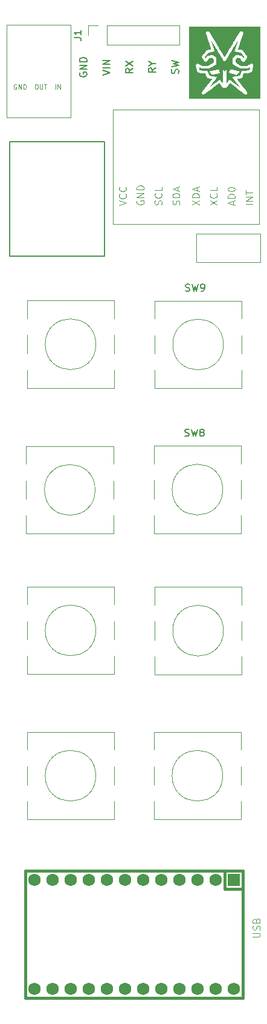
<source format=gbr>
%TF.GenerationSoftware,KiCad,Pcbnew,8.0.6*%
%TF.CreationDate,2025-02-23T20:10:21-06:00*%
%TF.ProjectId,fullycustomcontrolle one hand,66756c6c-7963-4757-9374-6f6d636f6e74,rev?*%
%TF.SameCoordinates,Original*%
%TF.FileFunction,Legend,Top*%
%TF.FilePolarity,Positive*%
%FSLAX46Y46*%
G04 Gerber Fmt 4.6, Leading zero omitted, Abs format (unit mm)*
G04 Created by KiCad (PCBNEW 8.0.6) date 2025-02-23 20:10:21*
%MOMM*%
%LPD*%
G01*
G04 APERTURE LIST*
%ADD10C,0.200000*%
%ADD11C,0.100000*%
%ADD12C,0.150000*%
%ADD13C,0.125000*%
%ADD14C,0.120000*%
%ADD15C,0.000000*%
%ADD16C,0.381000*%
%ADD17C,0.127000*%
%ADD18R,1.752600X1.752600*%
%ADD19C,1.752600*%
G04 APERTURE END LIST*
D10*
X187370062Y-31241904D02*
X187322443Y-31337142D01*
X187322443Y-31337142D02*
X187322443Y-31479999D01*
X187322443Y-31479999D02*
X187370062Y-31622856D01*
X187370062Y-31622856D02*
X187465300Y-31718094D01*
X187465300Y-31718094D02*
X187560538Y-31765713D01*
X187560538Y-31765713D02*
X187751014Y-31813332D01*
X187751014Y-31813332D02*
X187893871Y-31813332D01*
X187893871Y-31813332D02*
X188084347Y-31765713D01*
X188084347Y-31765713D02*
X188179585Y-31718094D01*
X188179585Y-31718094D02*
X188274824Y-31622856D01*
X188274824Y-31622856D02*
X188322443Y-31479999D01*
X188322443Y-31479999D02*
X188322443Y-31384761D01*
X188322443Y-31384761D02*
X188274824Y-31241904D01*
X188274824Y-31241904D02*
X188227204Y-31194285D01*
X188227204Y-31194285D02*
X187893871Y-31194285D01*
X187893871Y-31194285D02*
X187893871Y-31384761D01*
X188322443Y-30765713D02*
X187322443Y-30765713D01*
X187322443Y-30765713D02*
X188322443Y-30194285D01*
X188322443Y-30194285D02*
X187322443Y-30194285D01*
X188322443Y-29718094D02*
X187322443Y-29718094D01*
X187322443Y-29718094D02*
X187322443Y-29479999D01*
X187322443Y-29479999D02*
X187370062Y-29337142D01*
X187370062Y-29337142D02*
X187465300Y-29241904D01*
X187465300Y-29241904D02*
X187560538Y-29194285D01*
X187560538Y-29194285D02*
X187751014Y-29146666D01*
X187751014Y-29146666D02*
X187893871Y-29146666D01*
X187893871Y-29146666D02*
X188084347Y-29194285D01*
X188084347Y-29194285D02*
X188179585Y-29241904D01*
X188179585Y-29241904D02*
X188274824Y-29337142D01*
X188274824Y-29337142D02*
X188322443Y-29479999D01*
X188322443Y-29479999D02*
X188322443Y-29718094D01*
X190542331Y-31575237D02*
X191542331Y-31241904D01*
X191542331Y-31241904D02*
X190542331Y-30908571D01*
X191542331Y-30575237D02*
X190542331Y-30575237D01*
X191542331Y-30099047D02*
X190542331Y-30099047D01*
X190542331Y-30099047D02*
X191542331Y-29527619D01*
X191542331Y-29527619D02*
X190542331Y-29527619D01*
X194762219Y-30646666D02*
X194286028Y-30979999D01*
X194762219Y-31218094D02*
X193762219Y-31218094D01*
X193762219Y-31218094D02*
X193762219Y-30837142D01*
X193762219Y-30837142D02*
X193809838Y-30741904D01*
X193809838Y-30741904D02*
X193857457Y-30694285D01*
X193857457Y-30694285D02*
X193952695Y-30646666D01*
X193952695Y-30646666D02*
X194095552Y-30646666D01*
X194095552Y-30646666D02*
X194190790Y-30694285D01*
X194190790Y-30694285D02*
X194238409Y-30741904D01*
X194238409Y-30741904D02*
X194286028Y-30837142D01*
X194286028Y-30837142D02*
X194286028Y-31218094D01*
X193762219Y-30313332D02*
X194762219Y-29646666D01*
X193762219Y-29646666D02*
X194762219Y-30313332D01*
X197982107Y-30599047D02*
X197505916Y-30932380D01*
X197982107Y-31170475D02*
X196982107Y-31170475D01*
X196982107Y-31170475D02*
X196982107Y-30789523D01*
X196982107Y-30789523D02*
X197029726Y-30694285D01*
X197029726Y-30694285D02*
X197077345Y-30646666D01*
X197077345Y-30646666D02*
X197172583Y-30599047D01*
X197172583Y-30599047D02*
X197315440Y-30599047D01*
X197315440Y-30599047D02*
X197410678Y-30646666D01*
X197410678Y-30646666D02*
X197458297Y-30694285D01*
X197458297Y-30694285D02*
X197505916Y-30789523D01*
X197505916Y-30789523D02*
X197505916Y-31170475D01*
X197505916Y-29979999D02*
X197982107Y-29979999D01*
X196982107Y-30313332D02*
X197505916Y-29979999D01*
X197505916Y-29979999D02*
X196982107Y-29646666D01*
X201154376Y-31337142D02*
X201201995Y-31194285D01*
X201201995Y-31194285D02*
X201201995Y-30956190D01*
X201201995Y-30956190D02*
X201154376Y-30860952D01*
X201154376Y-30860952D02*
X201106756Y-30813333D01*
X201106756Y-30813333D02*
X201011518Y-30765714D01*
X201011518Y-30765714D02*
X200916280Y-30765714D01*
X200916280Y-30765714D02*
X200821042Y-30813333D01*
X200821042Y-30813333D02*
X200773423Y-30860952D01*
X200773423Y-30860952D02*
X200725804Y-30956190D01*
X200725804Y-30956190D02*
X200678185Y-31146666D01*
X200678185Y-31146666D02*
X200630566Y-31241904D01*
X200630566Y-31241904D02*
X200582947Y-31289523D01*
X200582947Y-31289523D02*
X200487709Y-31337142D01*
X200487709Y-31337142D02*
X200392471Y-31337142D01*
X200392471Y-31337142D02*
X200297233Y-31289523D01*
X200297233Y-31289523D02*
X200249614Y-31241904D01*
X200249614Y-31241904D02*
X200201995Y-31146666D01*
X200201995Y-31146666D02*
X200201995Y-30908571D01*
X200201995Y-30908571D02*
X200249614Y-30765714D01*
X200201995Y-30432380D02*
X201201995Y-30194285D01*
X201201995Y-30194285D02*
X200487709Y-30003809D01*
X200487709Y-30003809D02*
X201201995Y-29813333D01*
X201201995Y-29813333D02*
X200201995Y-29575238D01*
D11*
X211597419Y-152096115D02*
X212406942Y-152096115D01*
X212406942Y-152096115D02*
X212502180Y-152048496D01*
X212502180Y-152048496D02*
X212549800Y-152000877D01*
X212549800Y-152000877D02*
X212597419Y-151905639D01*
X212597419Y-151905639D02*
X212597419Y-151715163D01*
X212597419Y-151715163D02*
X212549800Y-151619925D01*
X212549800Y-151619925D02*
X212502180Y-151572306D01*
X212502180Y-151572306D02*
X212406942Y-151524687D01*
X212406942Y-151524687D02*
X211597419Y-151524687D01*
X212549800Y-151096115D02*
X212597419Y-150953258D01*
X212597419Y-150953258D02*
X212597419Y-150715163D01*
X212597419Y-150715163D02*
X212549800Y-150619925D01*
X212549800Y-150619925D02*
X212502180Y-150572306D01*
X212502180Y-150572306D02*
X212406942Y-150524687D01*
X212406942Y-150524687D02*
X212311704Y-150524687D01*
X212311704Y-150524687D02*
X212216466Y-150572306D01*
X212216466Y-150572306D02*
X212168847Y-150619925D01*
X212168847Y-150619925D02*
X212121228Y-150715163D01*
X212121228Y-150715163D02*
X212073609Y-150905639D01*
X212073609Y-150905639D02*
X212025990Y-151000877D01*
X212025990Y-151000877D02*
X211978371Y-151048496D01*
X211978371Y-151048496D02*
X211883133Y-151096115D01*
X211883133Y-151096115D02*
X211787895Y-151096115D01*
X211787895Y-151096115D02*
X211692657Y-151048496D01*
X211692657Y-151048496D02*
X211645038Y-151000877D01*
X211645038Y-151000877D02*
X211597419Y-150905639D01*
X211597419Y-150905639D02*
X211597419Y-150667544D01*
X211597419Y-150667544D02*
X211645038Y-150524687D01*
X212073609Y-149762782D02*
X212121228Y-149619925D01*
X212121228Y-149619925D02*
X212168847Y-149572306D01*
X212168847Y-149572306D02*
X212264085Y-149524687D01*
X212264085Y-149524687D02*
X212406942Y-149524687D01*
X212406942Y-149524687D02*
X212502180Y-149572306D01*
X212502180Y-149572306D02*
X212549800Y-149619925D01*
X212549800Y-149619925D02*
X212597419Y-149715163D01*
X212597419Y-149715163D02*
X212597419Y-150096115D01*
X212597419Y-150096115D02*
X211597419Y-150096115D01*
X211597419Y-150096115D02*
X211597419Y-149762782D01*
X211597419Y-149762782D02*
X211645038Y-149667544D01*
X211645038Y-149667544D02*
X211692657Y-149619925D01*
X211692657Y-149619925D02*
X211787895Y-149572306D01*
X211787895Y-149572306D02*
X211883133Y-149572306D01*
X211883133Y-149572306D02*
X211978371Y-149619925D01*
X211978371Y-149619925D02*
X212025990Y-149667544D01*
X212025990Y-149667544D02*
X212073609Y-149762782D01*
X212073609Y-149762782D02*
X212073609Y-150096115D01*
D12*
X202181667Y-61752200D02*
X202324524Y-61799819D01*
X202324524Y-61799819D02*
X202562619Y-61799819D01*
X202562619Y-61799819D02*
X202657857Y-61752200D01*
X202657857Y-61752200D02*
X202705476Y-61704580D01*
X202705476Y-61704580D02*
X202753095Y-61609342D01*
X202753095Y-61609342D02*
X202753095Y-61514104D01*
X202753095Y-61514104D02*
X202705476Y-61418866D01*
X202705476Y-61418866D02*
X202657857Y-61371247D01*
X202657857Y-61371247D02*
X202562619Y-61323628D01*
X202562619Y-61323628D02*
X202372143Y-61276009D01*
X202372143Y-61276009D02*
X202276905Y-61228390D01*
X202276905Y-61228390D02*
X202229286Y-61180771D01*
X202229286Y-61180771D02*
X202181667Y-61085533D01*
X202181667Y-61085533D02*
X202181667Y-60990295D01*
X202181667Y-60990295D02*
X202229286Y-60895057D01*
X202229286Y-60895057D02*
X202276905Y-60847438D01*
X202276905Y-60847438D02*
X202372143Y-60799819D01*
X202372143Y-60799819D02*
X202610238Y-60799819D01*
X202610238Y-60799819D02*
X202753095Y-60847438D01*
X203086429Y-60799819D02*
X203324524Y-61799819D01*
X203324524Y-61799819D02*
X203515000Y-61085533D01*
X203515000Y-61085533D02*
X203705476Y-61799819D01*
X203705476Y-61799819D02*
X203943572Y-60799819D01*
X204372143Y-61799819D02*
X204562619Y-61799819D01*
X204562619Y-61799819D02*
X204657857Y-61752200D01*
X204657857Y-61752200D02*
X204705476Y-61704580D01*
X204705476Y-61704580D02*
X204800714Y-61561723D01*
X204800714Y-61561723D02*
X204848333Y-61371247D01*
X204848333Y-61371247D02*
X204848333Y-60990295D01*
X204848333Y-60990295D02*
X204800714Y-60895057D01*
X204800714Y-60895057D02*
X204753095Y-60847438D01*
X204753095Y-60847438D02*
X204657857Y-60799819D01*
X204657857Y-60799819D02*
X204467381Y-60799819D01*
X204467381Y-60799819D02*
X204372143Y-60847438D01*
X204372143Y-60847438D02*
X204324524Y-60895057D01*
X204324524Y-60895057D02*
X204276905Y-60990295D01*
X204276905Y-60990295D02*
X204276905Y-61228390D01*
X204276905Y-61228390D02*
X204324524Y-61323628D01*
X204324524Y-61323628D02*
X204372143Y-61371247D01*
X204372143Y-61371247D02*
X204467381Y-61418866D01*
X204467381Y-61418866D02*
X204657857Y-61418866D01*
X204657857Y-61418866D02*
X204753095Y-61371247D01*
X204753095Y-61371247D02*
X204800714Y-61323628D01*
X204800714Y-61323628D02*
X204848333Y-61228390D01*
X202081667Y-82032200D02*
X202224524Y-82079819D01*
X202224524Y-82079819D02*
X202462619Y-82079819D01*
X202462619Y-82079819D02*
X202557857Y-82032200D01*
X202557857Y-82032200D02*
X202605476Y-81984580D01*
X202605476Y-81984580D02*
X202653095Y-81889342D01*
X202653095Y-81889342D02*
X202653095Y-81794104D01*
X202653095Y-81794104D02*
X202605476Y-81698866D01*
X202605476Y-81698866D02*
X202557857Y-81651247D01*
X202557857Y-81651247D02*
X202462619Y-81603628D01*
X202462619Y-81603628D02*
X202272143Y-81556009D01*
X202272143Y-81556009D02*
X202176905Y-81508390D01*
X202176905Y-81508390D02*
X202129286Y-81460771D01*
X202129286Y-81460771D02*
X202081667Y-81365533D01*
X202081667Y-81365533D02*
X202081667Y-81270295D01*
X202081667Y-81270295D02*
X202129286Y-81175057D01*
X202129286Y-81175057D02*
X202176905Y-81127438D01*
X202176905Y-81127438D02*
X202272143Y-81079819D01*
X202272143Y-81079819D02*
X202510238Y-81079819D01*
X202510238Y-81079819D02*
X202653095Y-81127438D01*
X202986429Y-81079819D02*
X203224524Y-82079819D01*
X203224524Y-82079819D02*
X203415000Y-81365533D01*
X203415000Y-81365533D02*
X203605476Y-82079819D01*
X203605476Y-82079819D02*
X203843572Y-81079819D01*
X204367381Y-81508390D02*
X204272143Y-81460771D01*
X204272143Y-81460771D02*
X204224524Y-81413152D01*
X204224524Y-81413152D02*
X204176905Y-81317914D01*
X204176905Y-81317914D02*
X204176905Y-81270295D01*
X204176905Y-81270295D02*
X204224524Y-81175057D01*
X204224524Y-81175057D02*
X204272143Y-81127438D01*
X204272143Y-81127438D02*
X204367381Y-81079819D01*
X204367381Y-81079819D02*
X204557857Y-81079819D01*
X204557857Y-81079819D02*
X204653095Y-81127438D01*
X204653095Y-81127438D02*
X204700714Y-81175057D01*
X204700714Y-81175057D02*
X204748333Y-81270295D01*
X204748333Y-81270295D02*
X204748333Y-81317914D01*
X204748333Y-81317914D02*
X204700714Y-81413152D01*
X204700714Y-81413152D02*
X204653095Y-81460771D01*
X204653095Y-81460771D02*
X204557857Y-81508390D01*
X204557857Y-81508390D02*
X204367381Y-81508390D01*
X204367381Y-81508390D02*
X204272143Y-81556009D01*
X204272143Y-81556009D02*
X204224524Y-81603628D01*
X204224524Y-81603628D02*
X204176905Y-81698866D01*
X204176905Y-81698866D02*
X204176905Y-81889342D01*
X204176905Y-81889342D02*
X204224524Y-81984580D01*
X204224524Y-81984580D02*
X204272143Y-82032200D01*
X204272143Y-82032200D02*
X204367381Y-82079819D01*
X204367381Y-82079819D02*
X204557857Y-82079819D01*
X204557857Y-82079819D02*
X204653095Y-82032200D01*
X204653095Y-82032200D02*
X204700714Y-81984580D01*
X204700714Y-81984580D02*
X204748333Y-81889342D01*
X204748333Y-81889342D02*
X204748333Y-81698866D01*
X204748333Y-81698866D02*
X204700714Y-81603628D01*
X204700714Y-81603628D02*
X204653095Y-81556009D01*
X204653095Y-81556009D02*
X204557857Y-81508390D01*
D11*
X205592419Y-49741353D02*
X206592419Y-49074687D01*
X205592419Y-49074687D02*
X206592419Y-49741353D01*
X206497180Y-48122306D02*
X206544800Y-48169925D01*
X206544800Y-48169925D02*
X206592419Y-48312782D01*
X206592419Y-48312782D02*
X206592419Y-48408020D01*
X206592419Y-48408020D02*
X206544800Y-48550877D01*
X206544800Y-48550877D02*
X206449561Y-48646115D01*
X206449561Y-48646115D02*
X206354323Y-48693734D01*
X206354323Y-48693734D02*
X206163847Y-48741353D01*
X206163847Y-48741353D02*
X206020990Y-48741353D01*
X206020990Y-48741353D02*
X205830514Y-48693734D01*
X205830514Y-48693734D02*
X205735276Y-48646115D01*
X205735276Y-48646115D02*
X205640038Y-48550877D01*
X205640038Y-48550877D02*
X205592419Y-48408020D01*
X205592419Y-48408020D02*
X205592419Y-48312782D01*
X205592419Y-48312782D02*
X205640038Y-48169925D01*
X205640038Y-48169925D02*
X205687657Y-48122306D01*
X206592419Y-47217544D02*
X206592419Y-47693734D01*
X206592419Y-47693734D02*
X205592419Y-47693734D01*
X195390038Y-49122306D02*
X195342419Y-49217544D01*
X195342419Y-49217544D02*
X195342419Y-49360401D01*
X195342419Y-49360401D02*
X195390038Y-49503258D01*
X195390038Y-49503258D02*
X195485276Y-49598496D01*
X195485276Y-49598496D02*
X195580514Y-49646115D01*
X195580514Y-49646115D02*
X195770990Y-49693734D01*
X195770990Y-49693734D02*
X195913847Y-49693734D01*
X195913847Y-49693734D02*
X196104323Y-49646115D01*
X196104323Y-49646115D02*
X196199561Y-49598496D01*
X196199561Y-49598496D02*
X196294800Y-49503258D01*
X196294800Y-49503258D02*
X196342419Y-49360401D01*
X196342419Y-49360401D02*
X196342419Y-49265163D01*
X196342419Y-49265163D02*
X196294800Y-49122306D01*
X196294800Y-49122306D02*
X196247180Y-49074687D01*
X196247180Y-49074687D02*
X195913847Y-49074687D01*
X195913847Y-49074687D02*
X195913847Y-49265163D01*
X196342419Y-48646115D02*
X195342419Y-48646115D01*
X195342419Y-48646115D02*
X196342419Y-48074687D01*
X196342419Y-48074687D02*
X195342419Y-48074687D01*
X196342419Y-47598496D02*
X195342419Y-47598496D01*
X195342419Y-47598496D02*
X195342419Y-47360401D01*
X195342419Y-47360401D02*
X195390038Y-47217544D01*
X195390038Y-47217544D02*
X195485276Y-47122306D01*
X195485276Y-47122306D02*
X195580514Y-47074687D01*
X195580514Y-47074687D02*
X195770990Y-47027068D01*
X195770990Y-47027068D02*
X195913847Y-47027068D01*
X195913847Y-47027068D02*
X196104323Y-47074687D01*
X196104323Y-47074687D02*
X196199561Y-47122306D01*
X196199561Y-47122306D02*
X196294800Y-47217544D01*
X196294800Y-47217544D02*
X196342419Y-47360401D01*
X196342419Y-47360401D02*
X196342419Y-47598496D01*
X203092419Y-49741353D02*
X204092419Y-49074687D01*
X203092419Y-49074687D02*
X204092419Y-49741353D01*
X204092419Y-48693734D02*
X203092419Y-48693734D01*
X203092419Y-48693734D02*
X203092419Y-48455639D01*
X203092419Y-48455639D02*
X203140038Y-48312782D01*
X203140038Y-48312782D02*
X203235276Y-48217544D01*
X203235276Y-48217544D02*
X203330514Y-48169925D01*
X203330514Y-48169925D02*
X203520990Y-48122306D01*
X203520990Y-48122306D02*
X203663847Y-48122306D01*
X203663847Y-48122306D02*
X203854323Y-48169925D01*
X203854323Y-48169925D02*
X203949561Y-48217544D01*
X203949561Y-48217544D02*
X204044800Y-48312782D01*
X204044800Y-48312782D02*
X204092419Y-48455639D01*
X204092419Y-48455639D02*
X204092419Y-48693734D01*
X203806704Y-47741353D02*
X203806704Y-47265163D01*
X204092419Y-47836591D02*
X203092419Y-47503258D01*
X203092419Y-47503258D02*
X204092419Y-47169925D01*
X208806704Y-49693734D02*
X208806704Y-49217544D01*
X209092419Y-49788972D02*
X208092419Y-49455639D01*
X208092419Y-49455639D02*
X209092419Y-49122306D01*
X209092419Y-48788972D02*
X208092419Y-48788972D01*
X208092419Y-48788972D02*
X208092419Y-48550877D01*
X208092419Y-48550877D02*
X208140038Y-48408020D01*
X208140038Y-48408020D02*
X208235276Y-48312782D01*
X208235276Y-48312782D02*
X208330514Y-48265163D01*
X208330514Y-48265163D02*
X208520990Y-48217544D01*
X208520990Y-48217544D02*
X208663847Y-48217544D01*
X208663847Y-48217544D02*
X208854323Y-48265163D01*
X208854323Y-48265163D02*
X208949561Y-48312782D01*
X208949561Y-48312782D02*
X209044800Y-48408020D01*
X209044800Y-48408020D02*
X209092419Y-48550877D01*
X209092419Y-48550877D02*
X209092419Y-48788972D01*
X208092419Y-47598496D02*
X208092419Y-47503258D01*
X208092419Y-47503258D02*
X208140038Y-47408020D01*
X208140038Y-47408020D02*
X208187657Y-47360401D01*
X208187657Y-47360401D02*
X208282895Y-47312782D01*
X208282895Y-47312782D02*
X208473371Y-47265163D01*
X208473371Y-47265163D02*
X208711466Y-47265163D01*
X208711466Y-47265163D02*
X208901942Y-47312782D01*
X208901942Y-47312782D02*
X208997180Y-47360401D01*
X208997180Y-47360401D02*
X209044800Y-47408020D01*
X209044800Y-47408020D02*
X209092419Y-47503258D01*
X209092419Y-47503258D02*
X209092419Y-47598496D01*
X209092419Y-47598496D02*
X209044800Y-47693734D01*
X209044800Y-47693734D02*
X208997180Y-47741353D01*
X208997180Y-47741353D02*
X208901942Y-47788972D01*
X208901942Y-47788972D02*
X208711466Y-47836591D01*
X208711466Y-47836591D02*
X208473371Y-47836591D01*
X208473371Y-47836591D02*
X208282895Y-47788972D01*
X208282895Y-47788972D02*
X208187657Y-47741353D01*
X208187657Y-47741353D02*
X208140038Y-47693734D01*
X208140038Y-47693734D02*
X208092419Y-47598496D01*
X192842419Y-49788972D02*
X193842419Y-49455639D01*
X193842419Y-49455639D02*
X192842419Y-49122306D01*
X193747180Y-48217544D02*
X193794800Y-48265163D01*
X193794800Y-48265163D02*
X193842419Y-48408020D01*
X193842419Y-48408020D02*
X193842419Y-48503258D01*
X193842419Y-48503258D02*
X193794800Y-48646115D01*
X193794800Y-48646115D02*
X193699561Y-48741353D01*
X193699561Y-48741353D02*
X193604323Y-48788972D01*
X193604323Y-48788972D02*
X193413847Y-48836591D01*
X193413847Y-48836591D02*
X193270990Y-48836591D01*
X193270990Y-48836591D02*
X193080514Y-48788972D01*
X193080514Y-48788972D02*
X192985276Y-48741353D01*
X192985276Y-48741353D02*
X192890038Y-48646115D01*
X192890038Y-48646115D02*
X192842419Y-48503258D01*
X192842419Y-48503258D02*
X192842419Y-48408020D01*
X192842419Y-48408020D02*
X192890038Y-48265163D01*
X192890038Y-48265163D02*
X192937657Y-48217544D01*
X193747180Y-47217544D02*
X193794800Y-47265163D01*
X193794800Y-47265163D02*
X193842419Y-47408020D01*
X193842419Y-47408020D02*
X193842419Y-47503258D01*
X193842419Y-47503258D02*
X193794800Y-47646115D01*
X193794800Y-47646115D02*
X193699561Y-47741353D01*
X193699561Y-47741353D02*
X193604323Y-47788972D01*
X193604323Y-47788972D02*
X193413847Y-47836591D01*
X193413847Y-47836591D02*
X193270990Y-47836591D01*
X193270990Y-47836591D02*
X193080514Y-47788972D01*
X193080514Y-47788972D02*
X192985276Y-47741353D01*
X192985276Y-47741353D02*
X192890038Y-47646115D01*
X192890038Y-47646115D02*
X192842419Y-47503258D01*
X192842419Y-47503258D02*
X192842419Y-47408020D01*
X192842419Y-47408020D02*
X192890038Y-47265163D01*
X192890038Y-47265163D02*
X192937657Y-47217544D01*
X198794800Y-49693734D02*
X198842419Y-49550877D01*
X198842419Y-49550877D02*
X198842419Y-49312782D01*
X198842419Y-49312782D02*
X198794800Y-49217544D01*
X198794800Y-49217544D02*
X198747180Y-49169925D01*
X198747180Y-49169925D02*
X198651942Y-49122306D01*
X198651942Y-49122306D02*
X198556704Y-49122306D01*
X198556704Y-49122306D02*
X198461466Y-49169925D01*
X198461466Y-49169925D02*
X198413847Y-49217544D01*
X198413847Y-49217544D02*
X198366228Y-49312782D01*
X198366228Y-49312782D02*
X198318609Y-49503258D01*
X198318609Y-49503258D02*
X198270990Y-49598496D01*
X198270990Y-49598496D02*
X198223371Y-49646115D01*
X198223371Y-49646115D02*
X198128133Y-49693734D01*
X198128133Y-49693734D02*
X198032895Y-49693734D01*
X198032895Y-49693734D02*
X197937657Y-49646115D01*
X197937657Y-49646115D02*
X197890038Y-49598496D01*
X197890038Y-49598496D02*
X197842419Y-49503258D01*
X197842419Y-49503258D02*
X197842419Y-49265163D01*
X197842419Y-49265163D02*
X197890038Y-49122306D01*
X198747180Y-48122306D02*
X198794800Y-48169925D01*
X198794800Y-48169925D02*
X198842419Y-48312782D01*
X198842419Y-48312782D02*
X198842419Y-48408020D01*
X198842419Y-48408020D02*
X198794800Y-48550877D01*
X198794800Y-48550877D02*
X198699561Y-48646115D01*
X198699561Y-48646115D02*
X198604323Y-48693734D01*
X198604323Y-48693734D02*
X198413847Y-48741353D01*
X198413847Y-48741353D02*
X198270990Y-48741353D01*
X198270990Y-48741353D02*
X198080514Y-48693734D01*
X198080514Y-48693734D02*
X197985276Y-48646115D01*
X197985276Y-48646115D02*
X197890038Y-48550877D01*
X197890038Y-48550877D02*
X197842419Y-48408020D01*
X197842419Y-48408020D02*
X197842419Y-48312782D01*
X197842419Y-48312782D02*
X197890038Y-48169925D01*
X197890038Y-48169925D02*
X197937657Y-48122306D01*
X198842419Y-47217544D02*
X198842419Y-47693734D01*
X198842419Y-47693734D02*
X197842419Y-47693734D01*
X211592419Y-49646115D02*
X210592419Y-49646115D01*
X211592419Y-49169925D02*
X210592419Y-49169925D01*
X210592419Y-49169925D02*
X211592419Y-48598497D01*
X211592419Y-48598497D02*
X210592419Y-48598497D01*
X210592419Y-48265163D02*
X210592419Y-47693735D01*
X211592419Y-47979449D02*
X210592419Y-47979449D01*
X201294800Y-49693734D02*
X201342419Y-49550877D01*
X201342419Y-49550877D02*
X201342419Y-49312782D01*
X201342419Y-49312782D02*
X201294800Y-49217544D01*
X201294800Y-49217544D02*
X201247180Y-49169925D01*
X201247180Y-49169925D02*
X201151942Y-49122306D01*
X201151942Y-49122306D02*
X201056704Y-49122306D01*
X201056704Y-49122306D02*
X200961466Y-49169925D01*
X200961466Y-49169925D02*
X200913847Y-49217544D01*
X200913847Y-49217544D02*
X200866228Y-49312782D01*
X200866228Y-49312782D02*
X200818609Y-49503258D01*
X200818609Y-49503258D02*
X200770990Y-49598496D01*
X200770990Y-49598496D02*
X200723371Y-49646115D01*
X200723371Y-49646115D02*
X200628133Y-49693734D01*
X200628133Y-49693734D02*
X200532895Y-49693734D01*
X200532895Y-49693734D02*
X200437657Y-49646115D01*
X200437657Y-49646115D02*
X200390038Y-49598496D01*
X200390038Y-49598496D02*
X200342419Y-49503258D01*
X200342419Y-49503258D02*
X200342419Y-49265163D01*
X200342419Y-49265163D02*
X200390038Y-49122306D01*
X201342419Y-48693734D02*
X200342419Y-48693734D01*
X200342419Y-48693734D02*
X200342419Y-48455639D01*
X200342419Y-48455639D02*
X200390038Y-48312782D01*
X200390038Y-48312782D02*
X200485276Y-48217544D01*
X200485276Y-48217544D02*
X200580514Y-48169925D01*
X200580514Y-48169925D02*
X200770990Y-48122306D01*
X200770990Y-48122306D02*
X200913847Y-48122306D01*
X200913847Y-48122306D02*
X201104323Y-48169925D01*
X201104323Y-48169925D02*
X201199561Y-48217544D01*
X201199561Y-48217544D02*
X201294800Y-48312782D01*
X201294800Y-48312782D02*
X201342419Y-48455639D01*
X201342419Y-48455639D02*
X201342419Y-48693734D01*
X201056704Y-47741353D02*
X201056704Y-47265163D01*
X201342419Y-47836591D02*
X200342419Y-47503258D01*
X200342419Y-47503258D02*
X201342419Y-47169925D01*
D12*
X186549819Y-26343333D02*
X187264104Y-26343333D01*
X187264104Y-26343333D02*
X187406961Y-26390952D01*
X187406961Y-26390952D02*
X187502200Y-26486190D01*
X187502200Y-26486190D02*
X187549819Y-26629047D01*
X187549819Y-26629047D02*
X187549819Y-26724285D01*
X187549819Y-25343333D02*
X187549819Y-25914761D01*
X187549819Y-25629047D02*
X186549819Y-25629047D01*
X186549819Y-25629047D02*
X186692676Y-25724285D01*
X186692676Y-25724285D02*
X186787914Y-25819523D01*
X186787914Y-25819523D02*
X186835533Y-25914761D01*
D13*
X178450477Y-32909904D02*
X178388572Y-32878952D01*
X178388572Y-32878952D02*
X178295715Y-32878952D01*
X178295715Y-32878952D02*
X178202858Y-32909904D01*
X178202858Y-32909904D02*
X178140953Y-32971809D01*
X178140953Y-32971809D02*
X178110000Y-33033714D01*
X178110000Y-33033714D02*
X178079048Y-33157523D01*
X178079048Y-33157523D02*
X178079048Y-33250380D01*
X178079048Y-33250380D02*
X178110000Y-33374190D01*
X178110000Y-33374190D02*
X178140953Y-33436095D01*
X178140953Y-33436095D02*
X178202858Y-33498000D01*
X178202858Y-33498000D02*
X178295715Y-33528952D01*
X178295715Y-33528952D02*
X178357619Y-33528952D01*
X178357619Y-33528952D02*
X178450477Y-33498000D01*
X178450477Y-33498000D02*
X178481429Y-33467047D01*
X178481429Y-33467047D02*
X178481429Y-33250380D01*
X178481429Y-33250380D02*
X178357619Y-33250380D01*
X178760000Y-33528952D02*
X178760000Y-32878952D01*
X178760000Y-32878952D02*
X179131429Y-33528952D01*
X179131429Y-33528952D02*
X179131429Y-32878952D01*
X179440952Y-33528952D02*
X179440952Y-32878952D01*
X179440952Y-32878952D02*
X179595714Y-32878952D01*
X179595714Y-32878952D02*
X179688571Y-32909904D01*
X179688571Y-32909904D02*
X179750476Y-32971809D01*
X179750476Y-32971809D02*
X179781429Y-33033714D01*
X179781429Y-33033714D02*
X179812381Y-33157523D01*
X179812381Y-33157523D02*
X179812381Y-33250380D01*
X179812381Y-33250380D02*
X179781429Y-33374190D01*
X179781429Y-33374190D02*
X179750476Y-33436095D01*
X179750476Y-33436095D02*
X179688571Y-33498000D01*
X179688571Y-33498000D02*
X179595714Y-33528952D01*
X179595714Y-33528952D02*
X179440952Y-33528952D01*
X181205238Y-32878952D02*
X181329047Y-32878952D01*
X181329047Y-32878952D02*
X181390952Y-32909904D01*
X181390952Y-32909904D02*
X181452857Y-32971809D01*
X181452857Y-32971809D02*
X181483809Y-33095619D01*
X181483809Y-33095619D02*
X181483809Y-33312285D01*
X181483809Y-33312285D02*
X181452857Y-33436095D01*
X181452857Y-33436095D02*
X181390952Y-33498000D01*
X181390952Y-33498000D02*
X181329047Y-33528952D01*
X181329047Y-33528952D02*
X181205238Y-33528952D01*
X181205238Y-33528952D02*
X181143333Y-33498000D01*
X181143333Y-33498000D02*
X181081428Y-33436095D01*
X181081428Y-33436095D02*
X181050476Y-33312285D01*
X181050476Y-33312285D02*
X181050476Y-33095619D01*
X181050476Y-33095619D02*
X181081428Y-32971809D01*
X181081428Y-32971809D02*
X181143333Y-32909904D01*
X181143333Y-32909904D02*
X181205238Y-32878952D01*
X181762380Y-32878952D02*
X181762380Y-33405142D01*
X181762380Y-33405142D02*
X181793333Y-33467047D01*
X181793333Y-33467047D02*
X181824285Y-33498000D01*
X181824285Y-33498000D02*
X181886190Y-33528952D01*
X181886190Y-33528952D02*
X182009999Y-33528952D01*
X182009999Y-33528952D02*
X182071904Y-33498000D01*
X182071904Y-33498000D02*
X182102857Y-33467047D01*
X182102857Y-33467047D02*
X182133809Y-33405142D01*
X182133809Y-33405142D02*
X182133809Y-32878952D01*
X182350475Y-32878952D02*
X182721904Y-32878952D01*
X182536190Y-33528952D02*
X182536190Y-32878952D01*
X183929046Y-33528952D02*
X183929046Y-32878952D01*
X184238570Y-33528952D02*
X184238570Y-32878952D01*
X184238570Y-32878952D02*
X184609999Y-33528952D01*
X184609999Y-33528952D02*
X184609999Y-32878952D01*
D14*
%TO.C,SW9*%
X197825000Y-63145000D02*
X197825000Y-65655000D01*
X197825000Y-63145000D02*
X210045000Y-63145000D01*
X197825000Y-67955000D02*
X197825000Y-70555000D01*
X197825000Y-72855000D02*
X197825000Y-75365000D01*
X210045000Y-63145000D02*
X210045000Y-65655000D01*
X210045000Y-67955000D02*
X210045000Y-70555000D01*
X210045000Y-72855000D02*
X210045000Y-75365000D01*
X210045000Y-75365000D02*
X197825000Y-75365000D01*
X207485000Y-69255000D02*
G75*
G02*
X200385000Y-69255000I-3550000J0D01*
G01*
X200385000Y-69255000D02*
G75*
G02*
X207485000Y-69255000I3550000J0D01*
G01*
%TO.C,SW8*%
X197725000Y-83425000D02*
X197725000Y-85935000D01*
X197725000Y-83425000D02*
X209945000Y-83425000D01*
X197725000Y-88235000D02*
X197725000Y-90835000D01*
X197725000Y-93135000D02*
X197725000Y-95645000D01*
X209945000Y-83425000D02*
X209945000Y-85935000D01*
X209945000Y-88235000D02*
X209945000Y-90835000D01*
X209945000Y-93135000D02*
X209945000Y-95645000D01*
X209945000Y-95645000D02*
X197725000Y-95645000D01*
X207385000Y-89535000D02*
G75*
G02*
X200285000Y-89535000I-3550000J0D01*
G01*
X200285000Y-89535000D02*
G75*
G02*
X207385000Y-89535000I3550000J0D01*
G01*
%TO.C,MPU1*%
D11*
X191970000Y-52450000D02*
X212470000Y-52450000D01*
X212470000Y-36450000D01*
X191970000Y-36450000D01*
X191970000Y-52450000D01*
%TO.C,SW5*%
X212680000Y-57780000D02*
X203680000Y-57780000D01*
X203680000Y-53780000D01*
X212680000Y-53780000D01*
X212680000Y-57780000D01*
D14*
%TO.C,SW6*%
X179845000Y-83465000D02*
X192065000Y-83465000D01*
X179845000Y-85975000D02*
X179845000Y-83465000D01*
X179845000Y-90875000D02*
X179845000Y-88275000D01*
X179845000Y-95685000D02*
X179845000Y-93175000D01*
X192065000Y-85975000D02*
X192065000Y-83465000D01*
X192065000Y-90875000D02*
X192065000Y-88275000D01*
X192065000Y-95685000D02*
X179845000Y-95685000D01*
X192065000Y-95685000D02*
X192065000Y-93175000D01*
X189505000Y-89575000D02*
G75*
G02*
X182405000Y-89575000I-3550000J0D01*
G01*
X182405000Y-89575000D02*
G75*
G02*
X189505000Y-89575000I3550000J0D01*
G01*
D15*
%TO.C,G\u002A\u002A\u002A*%
G36*
X212647188Y-29845000D02*
G01*
X212647188Y-34847188D01*
X207645000Y-34847188D01*
X202642812Y-34847188D01*
X202642812Y-30202242D01*
X203629319Y-30202242D01*
X203632204Y-30237897D01*
X203640290Y-30295253D01*
X203652681Y-30369918D01*
X203668484Y-30457501D01*
X203686806Y-30553610D01*
X203706751Y-30653854D01*
X203727427Y-30753841D01*
X203747940Y-30849180D01*
X203767395Y-30935480D01*
X203784898Y-31008348D01*
X203799556Y-31063394D01*
X203810475Y-31096227D01*
X203811935Y-31099361D01*
X203827601Y-31125001D01*
X203848372Y-31147095D01*
X203877601Y-31167090D01*
X203918640Y-31186428D01*
X203974839Y-31206555D01*
X204049550Y-31228915D01*
X204146126Y-31254952D01*
X204212943Y-31272171D01*
X204304810Y-31295330D01*
X204377221Y-31312445D01*
X204437583Y-31324586D01*
X204493302Y-31332824D01*
X204551787Y-31338229D01*
X204620443Y-31341871D01*
X204706679Y-31344822D01*
X204718024Y-31345164D01*
X204966048Y-31352604D01*
X205080258Y-31637450D01*
X205114530Y-31722446D01*
X205146253Y-31800223D01*
X205173670Y-31866543D01*
X205195024Y-31917168D01*
X205208557Y-31947860D01*
X205211337Y-31953516D01*
X205229096Y-31977437D01*
X205256403Y-31997835D01*
X205296470Y-32015712D01*
X205352511Y-32032073D01*
X205427740Y-32047920D01*
X205525371Y-32064258D01*
X205602440Y-32075626D01*
X205686302Y-32087936D01*
X205760719Y-32099583D01*
X205821313Y-32109823D01*
X205863703Y-32117911D01*
X205883510Y-32123103D01*
X205884203Y-32123530D01*
X205877505Y-32135636D01*
X205854833Y-32167900D01*
X205817448Y-32218678D01*
X205766607Y-32286326D01*
X205703569Y-32369198D01*
X205629593Y-32465651D01*
X205545937Y-32574041D01*
X205453860Y-32692722D01*
X205354621Y-32820050D01*
X205249478Y-32954381D01*
X205200990Y-33016145D01*
X205092737Y-33154092D01*
X204989123Y-33286468D01*
X204891487Y-33411545D01*
X204801167Y-33527594D01*
X204719498Y-33632886D01*
X204647819Y-33725691D01*
X204587468Y-33804280D01*
X204539780Y-33866925D01*
X204506094Y-33911896D01*
X204487747Y-33937464D01*
X204485009Y-33941859D01*
X204468583Y-33995903D01*
X204464335Y-34062345D01*
X204472036Y-34128721D01*
X204489370Y-34178810D01*
X204530105Y-34227620D01*
X204587922Y-34260672D01*
X204655987Y-34276361D01*
X204727465Y-34273083D01*
X204793611Y-34250256D01*
X204812199Y-34238158D01*
X204851492Y-34210786D01*
X204909822Y-34169347D01*
X204985520Y-34115052D01*
X205076919Y-34049108D01*
X205182349Y-33972725D01*
X205300143Y-33887111D01*
X205428633Y-33793475D01*
X205566150Y-33693027D01*
X205711025Y-33586974D01*
X205861591Y-33476526D01*
X205873391Y-33467861D01*
X206901619Y-32712704D01*
X207134608Y-33005302D01*
X207211429Y-33100444D01*
X207279289Y-33181808D01*
X207336445Y-33247409D01*
X207381154Y-33295265D01*
X207411672Y-33323392D01*
X207418263Y-33327965D01*
X207442701Y-33340704D01*
X207469178Y-33349280D01*
X207503700Y-33354490D01*
X207552275Y-33357130D01*
X207620909Y-33357997D01*
X207645000Y-33358031D01*
X207720456Y-33357523D01*
X207774140Y-33355470D01*
X207812058Y-33351074D01*
X207840217Y-33343539D01*
X207864624Y-33332069D01*
X207871737Y-33327965D01*
X207897251Y-33306700D01*
X207937525Y-33265058D01*
X207990814Y-33205025D01*
X208055376Y-33128583D01*
X208129467Y-33037715D01*
X208155391Y-33005302D01*
X208388380Y-32712704D01*
X209416608Y-33467861D01*
X209567544Y-33578597D01*
X209712917Y-33685032D01*
X209851061Y-33785956D01*
X209980306Y-33880160D01*
X210098984Y-33966435D01*
X210205428Y-34043573D01*
X210297968Y-34110365D01*
X210374937Y-34165602D01*
X210434665Y-34208075D01*
X210475486Y-34236575D01*
X210495730Y-34249894D01*
X210496388Y-34250256D01*
X210564180Y-34273403D01*
X210635100Y-34276319D01*
X210702463Y-34260663D01*
X210759588Y-34228095D01*
X210799789Y-34180273D01*
X210802882Y-34174172D01*
X210820747Y-34114853D01*
X210826035Y-34046289D01*
X210818633Y-33980854D01*
X210804990Y-33941859D01*
X210793124Y-33924500D01*
X210765387Y-33887049D01*
X210723115Y-33831235D01*
X210667647Y-33758789D01*
X210600319Y-33671438D01*
X210522469Y-33570912D01*
X210435433Y-33458940D01*
X210340550Y-33337251D01*
X210239157Y-33207575D01*
X210132591Y-33071639D01*
X210089009Y-33016145D01*
X209981638Y-32879220D01*
X209879609Y-32748564D01*
X209784181Y-32625821D01*
X209696612Y-32512637D01*
X209618161Y-32410655D01*
X209550087Y-32321519D01*
X209493649Y-32246875D01*
X209450104Y-32188367D01*
X209420712Y-32147639D01*
X209406731Y-32126336D01*
X209405797Y-32123530D01*
X209422312Y-32118774D01*
X209461985Y-32111024D01*
X209520437Y-32101025D01*
X209593288Y-32089520D01*
X209676159Y-32077254D01*
X209687560Y-32075626D01*
X209801491Y-32058430D01*
X209890929Y-32042378D01*
X209959088Y-32026466D01*
X210009182Y-32009689D01*
X210044424Y-31991045D01*
X210068030Y-31969530D01*
X210078663Y-31953516D01*
X210088666Y-31931753D01*
X210107176Y-31888405D01*
X210132435Y-31827707D01*
X210162687Y-31753898D01*
X210196173Y-31671216D01*
X210209741Y-31637450D01*
X210323952Y-31352604D01*
X210571976Y-31345164D01*
X210660700Y-31342225D01*
X210730997Y-31338716D01*
X210790271Y-31333567D01*
X210845932Y-31325709D01*
X210905385Y-31314069D01*
X210976039Y-31297579D01*
X211065299Y-31275167D01*
X211077057Y-31272171D01*
X211187738Y-31243362D01*
X211274627Y-31219062D01*
X211341074Y-31197826D01*
X211390431Y-31178210D01*
X211426049Y-31158769D01*
X211451280Y-31138060D01*
X211469475Y-31114638D01*
X211478065Y-31099361D01*
X211488191Y-31070971D01*
X211502225Y-31019599D01*
X211519271Y-30949636D01*
X211538434Y-30865473D01*
X211558819Y-30771501D01*
X211579532Y-30672110D01*
X211599678Y-30571691D01*
X211618362Y-30474635D01*
X211634690Y-30385332D01*
X211647766Y-30308174D01*
X211656696Y-30247549D01*
X211660585Y-30207851D01*
X211660681Y-30203267D01*
X211649550Y-30122029D01*
X211617157Y-30058279D01*
X211564857Y-30013355D01*
X211494004Y-29988596D01*
X211438758Y-29983949D01*
X211413877Y-29985241D01*
X211387100Y-29990089D01*
X211354841Y-29999954D01*
X211313509Y-30016297D01*
X211259515Y-30040578D01*
X211189271Y-30074258D01*
X211099188Y-30118797D01*
X211063162Y-30136794D01*
X210757714Y-30289639D01*
X210358487Y-30289639D01*
X209959260Y-30289639D01*
X209552458Y-30057547D01*
X209145656Y-29825456D01*
X209145656Y-29623055D01*
X209145656Y-29420654D01*
X209277239Y-29289619D01*
X209408821Y-29158583D01*
X209619781Y-29199210D01*
X209693744Y-29214225D01*
X209758416Y-29228804D01*
X209808676Y-29241680D01*
X209839401Y-29251587D01*
X209845994Y-29255180D01*
X209858480Y-29271463D01*
X209883331Y-29306764D01*
X209917657Y-29356876D01*
X209958565Y-29417588D01*
X209990181Y-29465064D01*
X210045873Y-29547309D01*
X210091168Y-29608602D01*
X210129746Y-29651948D01*
X210165286Y-29680357D01*
X210201470Y-29696836D01*
X210241978Y-29704392D01*
X210285043Y-29706050D01*
X210328319Y-29704523D01*
X210364984Y-29698116D01*
X210398163Y-29684090D01*
X210430977Y-29659703D01*
X210466549Y-29622216D01*
X210508000Y-29568889D01*
X210558452Y-29496983D01*
X210609118Y-29421652D01*
X210658657Y-29346842D01*
X210704165Y-29277243D01*
X210742890Y-29217133D01*
X210772082Y-29170787D01*
X210788989Y-29142482D01*
X210790466Y-29139728D01*
X210806046Y-29089754D01*
X210812563Y-29025508D01*
X210809998Y-28958862D01*
X210798333Y-28901691D01*
X210790858Y-28883633D01*
X210772627Y-28854696D01*
X210739778Y-28808903D01*
X210694902Y-28749433D01*
X210640588Y-28679463D01*
X210579428Y-28602170D01*
X210514012Y-28520734D01*
X210446930Y-28438331D01*
X210380774Y-28358139D01*
X210318133Y-28283335D01*
X210261598Y-28217099D01*
X210213761Y-28162608D01*
X210177211Y-28123038D01*
X210154539Y-28101569D01*
X210151721Y-28099620D01*
X210120605Y-28086097D01*
X210070316Y-28071712D01*
X209998556Y-28055944D01*
X209903028Y-28038268D01*
X209822028Y-28024684D01*
X209736848Y-28010491D01*
X209661072Y-27997214D01*
X209598968Y-27985652D01*
X209554805Y-27976608D01*
X209532849Y-27970882D01*
X209531391Y-27970120D01*
X209534118Y-27955879D01*
X209545072Y-27917243D01*
X209563627Y-27856159D01*
X209589157Y-27774574D01*
X209621037Y-27674435D01*
X209658639Y-27557688D01*
X209701339Y-27426281D01*
X209748510Y-27282161D01*
X209799527Y-27127274D01*
X209853763Y-26963568D01*
X209889186Y-26857134D01*
X209964456Y-26630743D01*
X210030727Y-26430079D01*
X210088162Y-26254630D01*
X210136922Y-26103886D01*
X210177169Y-25977337D01*
X210209063Y-25874472D01*
X210232767Y-25794781D01*
X210248442Y-25737752D01*
X210256249Y-25702876D01*
X210257254Y-25693423D01*
X210250427Y-25641426D01*
X210233528Y-25588081D01*
X210228667Y-25577683D01*
X210187848Y-25526214D01*
X210128338Y-25487331D01*
X210056996Y-25462698D01*
X209980684Y-25453978D01*
X209906263Y-25462834D01*
X209849166Y-25485682D01*
X209840747Y-25491693D01*
X209830426Y-25501582D01*
X209817502Y-25516472D01*
X209801270Y-25537486D01*
X209781030Y-25565745D01*
X209756079Y-25602372D01*
X209725714Y-25648489D01*
X209689233Y-25705219D01*
X209645934Y-25773685D01*
X209595114Y-25855008D01*
X209536072Y-25950312D01*
X209468104Y-26060718D01*
X209390509Y-26187348D01*
X209302584Y-26331326D01*
X209203626Y-26493774D01*
X209092934Y-26675814D01*
X208969805Y-26878568D01*
X208833536Y-27103160D01*
X208723673Y-27284327D01*
X208600557Y-27487309D01*
X208481346Y-27683704D01*
X208366837Y-27872206D01*
X208257827Y-28051510D01*
X208155112Y-28220312D01*
X208059488Y-28377306D01*
X207971752Y-28521188D01*
X207892699Y-28650652D01*
X207823127Y-28764395D01*
X207763831Y-28861110D01*
X207715609Y-28939493D01*
X207679255Y-28998238D01*
X207655567Y-29036042D01*
X207645341Y-29051599D01*
X207645000Y-29051937D01*
X207637127Y-29040268D01*
X207615658Y-29006132D01*
X207581389Y-28950833D01*
X207535115Y-28875677D01*
X207477635Y-28781968D01*
X207409743Y-28671011D01*
X207332237Y-28544112D01*
X207245912Y-28402574D01*
X207151565Y-28247704D01*
X207049992Y-28080806D01*
X206941990Y-27903185D01*
X206828354Y-27716145D01*
X206709882Y-27520993D01*
X206587369Y-27319032D01*
X206566326Y-27284327D01*
X206419869Y-27042831D01*
X206287071Y-26824003D01*
X206167230Y-26626722D01*
X206059645Y-26449864D01*
X205963612Y-26292308D01*
X205878430Y-26152931D01*
X205803395Y-26030610D01*
X205737807Y-25924224D01*
X205680961Y-25832649D01*
X205632157Y-25754763D01*
X205590691Y-25689445D01*
X205555862Y-25635571D01*
X205526967Y-25592019D01*
X205503303Y-25557668D01*
X205484169Y-25531393D01*
X205468861Y-25512073D01*
X205456678Y-25498586D01*
X205446918Y-25489809D01*
X205440834Y-25485682D01*
X205373497Y-25460433D01*
X205298386Y-25454186D01*
X205222364Y-25465277D01*
X205152290Y-25492045D01*
X205095026Y-25532824D01*
X205061333Y-25577683D01*
X205042844Y-25628182D01*
X205033162Y-25682455D01*
X205032746Y-25693423D01*
X205036584Y-25717146D01*
X205048208Y-25762760D01*
X205067777Y-25830775D01*
X205095455Y-25921702D01*
X205131401Y-26036052D01*
X205175779Y-26174334D01*
X205228749Y-26337060D01*
X205290472Y-26524740D01*
X205361111Y-26737885D01*
X205400813Y-26857134D01*
X205456752Y-27025383D01*
X205509863Y-27186035D01*
X205559522Y-27337144D01*
X205605103Y-27476761D01*
X205645980Y-27602941D01*
X205681526Y-27713736D01*
X205711116Y-27807200D01*
X205734124Y-27881385D01*
X205749924Y-27934344D01*
X205757891Y-27964131D01*
X205758609Y-27970120D01*
X205742352Y-27974971D01*
X205702908Y-27983325D01*
X205644544Y-27994379D01*
X205571529Y-28007334D01*
X205488129Y-28021387D01*
X205467971Y-28024684D01*
X205354699Y-28043979D01*
X205266780Y-28061008D01*
X205201917Y-28076292D01*
X205157813Y-28090354D01*
X205138279Y-28099620D01*
X205118937Y-28116772D01*
X205085159Y-28152709D01*
X205039536Y-28204253D01*
X204984657Y-28268226D01*
X204923113Y-28341451D01*
X204857495Y-28420751D01*
X204790394Y-28502946D01*
X204724400Y-28584860D01*
X204662103Y-28663314D01*
X204606095Y-28735131D01*
X204558965Y-28797133D01*
X204523305Y-28846142D01*
X204501705Y-28878981D01*
X204499141Y-28883633D01*
X204483714Y-28933430D01*
X204477394Y-28997602D01*
X204480163Y-29064278D01*
X204492003Y-29121585D01*
X204499533Y-29139728D01*
X204514035Y-29164475D01*
X204541296Y-29208004D01*
X204578568Y-29266038D01*
X204623098Y-29334300D01*
X204672137Y-29408514D01*
X204680882Y-29421652D01*
X204741121Y-29510967D01*
X204789781Y-29579439D01*
X204829983Y-29629809D01*
X204864849Y-29664817D01*
X204897502Y-29687201D01*
X204931064Y-29699704D01*
X204968657Y-29705063D01*
X205004956Y-29706050D01*
X205052477Y-29703941D01*
X205092372Y-29695609D01*
X205128321Y-29678046D01*
X205164004Y-29648245D01*
X205203101Y-29603199D01*
X205249291Y-29539898D01*
X205299818Y-29465064D01*
X205343656Y-29399360D01*
X205382974Y-29341254D01*
X205414882Y-29294955D01*
X205436486Y-29264671D01*
X205444005Y-29255180D01*
X205462389Y-29247346D01*
X205503003Y-29235875D01*
X205560727Y-29222034D01*
X205630437Y-29207091D01*
X205670218Y-29199210D01*
X205881178Y-29158583D01*
X206012761Y-29289619D01*
X206144343Y-29420654D01*
X206144343Y-29623055D01*
X206144343Y-29825456D01*
X205737541Y-30057547D01*
X205330739Y-30289639D01*
X204931512Y-30289639D01*
X204532285Y-30289639D01*
X204226838Y-30136794D01*
X204128933Y-30088111D01*
X204052105Y-30050809D01*
X203992783Y-30023433D01*
X203947398Y-30004525D01*
X203912378Y-29992628D01*
X203884155Y-29986286D01*
X203859157Y-29984042D01*
X203852266Y-29983949D01*
X203769831Y-29994871D01*
X203705064Y-30026728D01*
X203659357Y-30078155D01*
X203634105Y-30147789D01*
X203629319Y-30202242D01*
X202642812Y-30202242D01*
X202642812Y-29845000D01*
X202642812Y-24842812D01*
X207645000Y-24842812D01*
X212647188Y-24842812D01*
X212647188Y-29845000D01*
G37*
G36*
X209539801Y-26694472D02*
G01*
X209528370Y-26732172D01*
X209509634Y-26791501D01*
X209484359Y-26870100D01*
X209453310Y-26965609D01*
X209417255Y-27075669D01*
X209376959Y-27197921D01*
X209333188Y-27330006D01*
X209298247Y-27434983D01*
X209252146Y-27573654D01*
X209208799Y-27704853D01*
X209168996Y-27826140D01*
X209133523Y-27935073D01*
X209103169Y-28029212D01*
X209078723Y-28106116D01*
X209060973Y-28163343D01*
X209050707Y-28198454D01*
X209048391Y-28208723D01*
X209050094Y-28227061D01*
X209056988Y-28242701D01*
X209071753Y-28256463D01*
X209097070Y-28269166D01*
X209135619Y-28281630D01*
X209190080Y-28294672D01*
X209263133Y-28309113D01*
X209357457Y-28325771D01*
X209475734Y-28345466D01*
X209518751Y-28352490D01*
X209938078Y-28420766D01*
X210170614Y-28711318D01*
X210232466Y-28788789D01*
X210288445Y-28859267D01*
X210336241Y-28919812D01*
X210373544Y-28967488D01*
X210398045Y-28999356D01*
X210407425Y-29012462D01*
X210402229Y-29027663D01*
X210385521Y-29058548D01*
X210361726Y-29098145D01*
X210335266Y-29139488D01*
X210310563Y-29175607D01*
X210292041Y-29199532D01*
X210285043Y-29205297D01*
X210275227Y-29194381D01*
X210253450Y-29164551D01*
X210222835Y-29120235D01*
X210186502Y-29065860D01*
X210182731Y-29060125D01*
X210144457Y-29003953D01*
X210109627Y-28956666D01*
X210081949Y-28923049D01*
X210065134Y-28907888D01*
X210064554Y-28907670D01*
X210035689Y-28900243D01*
X209985158Y-28889023D01*
X209917548Y-28874888D01*
X209837449Y-28858718D01*
X209749449Y-28841391D01*
X209658136Y-28823786D01*
X209568099Y-28806781D01*
X209483926Y-28791256D01*
X209410207Y-28778090D01*
X209351529Y-28768161D01*
X209312481Y-28762348D01*
X209299740Y-28761192D01*
X209282764Y-28762594D01*
X209265111Y-28768355D01*
X209243958Y-28780806D01*
X209216485Y-28802279D01*
X209179870Y-28835106D01*
X209131292Y-28881619D01*
X209067929Y-28944149D01*
X209017581Y-28994386D01*
X208784387Y-29227580D01*
X208784387Y-29630899D01*
X208784716Y-29757092D01*
X208785766Y-29857787D01*
X208787629Y-29935268D01*
X208790399Y-29991820D01*
X208794170Y-30029727D01*
X208799034Y-30051275D01*
X208801756Y-30056441D01*
X208817263Y-30067925D01*
X208854342Y-30091500D01*
X208910362Y-30125605D01*
X208982691Y-30168678D01*
X209068696Y-30219158D01*
X209165745Y-30275483D01*
X209271206Y-30336091D01*
X209321479Y-30364786D01*
X209823834Y-30650908D01*
X210353394Y-30650908D01*
X210882954Y-30650908D01*
X211050952Y-30566693D01*
X211112869Y-30536347D01*
X211165503Y-30511859D01*
X211204130Y-30495328D01*
X211224025Y-30488855D01*
X211225562Y-30489092D01*
X211226260Y-30505460D01*
X211221355Y-30542527D01*
X211212196Y-30594083D01*
X211200130Y-30653921D01*
X211186507Y-30715833D01*
X211172676Y-30773610D01*
X211159984Y-30821044D01*
X211149782Y-30851928D01*
X211144913Y-30860333D01*
X211126927Y-30866602D01*
X211086644Y-30878064D01*
X211028793Y-30893456D01*
X210958107Y-30911511D01*
X210895215Y-30927091D01*
X210660830Y-30984387D01*
X210378327Y-30984387D01*
X210271548Y-30984960D01*
X210190148Y-30986770D01*
X210131739Y-30989953D01*
X210093934Y-30994645D01*
X210074342Y-31000982D01*
X210073235Y-31001756D01*
X210062123Y-31018986D01*
X210042577Y-31058467D01*
X210016218Y-31116543D01*
X209984666Y-31189556D01*
X209949542Y-31273851D01*
X209917519Y-31353071D01*
X209784393Y-31687017D01*
X209294825Y-31756025D01*
X209158984Y-31775300D01*
X209048141Y-31791543D01*
X208959758Y-31805470D01*
X208891296Y-31817794D01*
X208840218Y-31829231D01*
X208803986Y-31840495D01*
X208780061Y-31852301D01*
X208765905Y-31865364D01*
X208758979Y-31880398D01*
X208756747Y-31898117D01*
X208756597Y-31907572D01*
X208756746Y-31915374D01*
X208757998Y-31923510D01*
X208761559Y-31933596D01*
X208768636Y-31947246D01*
X208780437Y-31966076D01*
X208798169Y-31991702D01*
X208823038Y-32025738D01*
X208856251Y-32069801D01*
X208899016Y-32125505D01*
X208952538Y-32194466D01*
X209018026Y-32278300D01*
X209096686Y-32378621D01*
X209189726Y-32497045D01*
X209298351Y-32635188D01*
X209336268Y-32683400D01*
X209420923Y-32791156D01*
X209500136Y-32892208D01*
X209572284Y-32984472D01*
X209635748Y-33065865D01*
X209688908Y-33134305D01*
X209730142Y-33187710D01*
X209757832Y-33223995D01*
X209770357Y-33241080D01*
X209770930Y-33242119D01*
X209760057Y-33235215D01*
X209728718Y-33213235D01*
X209678833Y-33177569D01*
X209612319Y-33129609D01*
X209531097Y-33070745D01*
X209437085Y-33002368D01*
X209332202Y-32925870D01*
X209218368Y-32842641D01*
X209097501Y-32754072D01*
X209088534Y-32747494D01*
X208966120Y-32657824D01*
X208849704Y-32572825D01*
X208741327Y-32493971D01*
X208643029Y-32422731D01*
X208556851Y-32360577D01*
X208484832Y-32308980D01*
X208429013Y-32269413D01*
X208391434Y-32243345D01*
X208374134Y-32232248D01*
X208373968Y-32232170D01*
X208350544Y-32224001D01*
X208327904Y-32223440D01*
X208303438Y-32232665D01*
X208274535Y-32253851D01*
X208238585Y-32289175D01*
X208192975Y-32340813D01*
X208135096Y-32410942D01*
X208085592Y-32472563D01*
X207895109Y-32711119D01*
X207895109Y-31807060D01*
X207895124Y-31621732D01*
X207895063Y-31462254D01*
X207894770Y-31326688D01*
X207894384Y-31262140D01*
X208286336Y-31262140D01*
X208365148Y-31285057D01*
X208522723Y-31330769D01*
X208672106Y-31373899D01*
X208811129Y-31413831D01*
X208937623Y-31449954D01*
X209049419Y-31481653D01*
X209144347Y-31508314D01*
X209220240Y-31529324D01*
X209274928Y-31544069D01*
X209306241Y-31551936D01*
X209312564Y-31553104D01*
X209328166Y-31543932D01*
X209360036Y-31517719D01*
X209405036Y-31477315D01*
X209460027Y-31425569D01*
X209521871Y-31365331D01*
X209547734Y-31339586D01*
X209618835Y-31267924D01*
X209672021Y-31213029D01*
X209709389Y-31172391D01*
X209733035Y-31143494D01*
X209745059Y-31123827D01*
X209747556Y-31110877D01*
X209744373Y-31103980D01*
X209733822Y-31080131D01*
X209735816Y-31068365D01*
X209741054Y-31054888D01*
X209739885Y-31053862D01*
X209725749Y-31050934D01*
X209687194Y-31042551D01*
X209626922Y-31029308D01*
X209547638Y-31011804D01*
X209452043Y-30990637D01*
X209342842Y-30966403D01*
X209222737Y-30939702D01*
X209110317Y-30914670D01*
X208982257Y-30886306D01*
X208862190Y-30860042D01*
X208752904Y-30836463D01*
X208657184Y-30816157D01*
X208577817Y-30799707D01*
X208517588Y-30787701D01*
X208479285Y-30780725D01*
X208466003Y-30779194D01*
X208454375Y-30793627D01*
X208436067Y-30832247D01*
X208412107Y-30892539D01*
X208383525Y-30971991D01*
X208366348Y-31022525D01*
X208286336Y-31262140D01*
X207894384Y-31262140D01*
X207894090Y-31213096D01*
X207892865Y-31119538D01*
X207890939Y-31044076D01*
X207888157Y-30984771D01*
X207884361Y-30939684D01*
X207879395Y-30906876D01*
X207873103Y-30884409D01*
X207865329Y-30870343D01*
X207855916Y-30862740D01*
X207844709Y-30859661D01*
X207831549Y-30859168D01*
X207818687Y-30859332D01*
X207793813Y-30862701D01*
X207772419Y-30875683D01*
X207750804Y-30902588D01*
X207725267Y-30947728D01*
X207701369Y-30996034D01*
X207678013Y-31042544D01*
X207658598Y-31077434D01*
X207646528Y-31094690D01*
X207645000Y-31095547D01*
X207635432Y-31083934D01*
X207617620Y-31053104D01*
X207594971Y-31009071D01*
X207588630Y-30996034D01*
X207557738Y-30934423D01*
X207533536Y-30894274D01*
X207512324Y-30871277D01*
X207490403Y-30861119D01*
X207471313Y-30859332D01*
X207456368Y-30859153D01*
X207443508Y-30859908D01*
X207432577Y-30863535D01*
X207423417Y-30871975D01*
X207415873Y-30887165D01*
X207409788Y-30911044D01*
X207405005Y-30945551D01*
X207401370Y-30992625D01*
X207398724Y-31054205D01*
X207396912Y-31132230D01*
X207395778Y-31228638D01*
X207395165Y-31345368D01*
X207394917Y-31484359D01*
X207394877Y-31647550D01*
X207394890Y-31807060D01*
X207394890Y-32711119D01*
X207204407Y-32472563D01*
X207136327Y-32388115D01*
X207082354Y-32323689D01*
X207039878Y-32277110D01*
X207006287Y-32246200D01*
X206978970Y-32228784D01*
X206955317Y-32222684D01*
X206932717Y-32225725D01*
X206916031Y-32232170D01*
X206899303Y-32242845D01*
X206862241Y-32268531D01*
X206806884Y-32307756D01*
X206735273Y-32359049D01*
X206649448Y-32420939D01*
X206551449Y-32491955D01*
X206443316Y-32570624D01*
X206327089Y-32655477D01*
X206204808Y-32745041D01*
X206201465Y-32747494D01*
X206080164Y-32836395D01*
X205965757Y-32920057D01*
X205860162Y-32997089D01*
X205765299Y-33066100D01*
X205683087Y-33125699D01*
X205615445Y-33174495D01*
X205564291Y-33211097D01*
X205531546Y-33234114D01*
X205519128Y-33242155D01*
X205519070Y-33242119D01*
X205527402Y-33230347D01*
X205551320Y-33198835D01*
X205589202Y-33149665D01*
X205639428Y-33084919D01*
X205700379Y-33006681D01*
X205770433Y-32917033D01*
X205847971Y-32818057D01*
X205931373Y-32711838D01*
X205953732Y-32683400D01*
X206067555Y-32538663D01*
X206165408Y-32414157D01*
X206248500Y-32308267D01*
X206318036Y-32219377D01*
X206375225Y-32145872D01*
X206421272Y-32086137D01*
X206457385Y-32038555D01*
X206484770Y-32001513D01*
X206504636Y-31973394D01*
X206518188Y-31952582D01*
X206526633Y-31937464D01*
X206531179Y-31926422D01*
X206533033Y-31917843D01*
X206533401Y-31910109D01*
X206533402Y-31907572D01*
X206532498Y-31888344D01*
X206528094Y-31872137D01*
X206517651Y-31858238D01*
X206498631Y-31845930D01*
X206468496Y-31834501D01*
X206424708Y-31823234D01*
X206364729Y-31811415D01*
X206286021Y-31798330D01*
X206186045Y-31783264D01*
X206062263Y-31765503D01*
X205995174Y-31756025D01*
X205505606Y-31687017D01*
X205372480Y-31353071D01*
X205335574Y-31261965D01*
X205300837Y-31178978D01*
X205272387Y-31113507D01*
X205542286Y-31113507D01*
X205546879Y-31127840D01*
X205561500Y-31149493D01*
X205588249Y-31180979D01*
X205629222Y-31224810D01*
X205686516Y-31283499D01*
X205742265Y-31339586D01*
X205805576Y-31402369D01*
X205862773Y-31457899D01*
X205910821Y-31503326D01*
X205946684Y-31535802D01*
X205967329Y-31552474D01*
X205970675Y-31554081D01*
X205987108Y-31550395D01*
X206026900Y-31539955D01*
X206086704Y-31523684D01*
X206163172Y-31502505D01*
X206252954Y-31477342D01*
X206352703Y-31449120D01*
X206401587Y-31435200D01*
X206509570Y-31404364D01*
X206613331Y-31374683D01*
X206708645Y-31347371D01*
X206791284Y-31323639D01*
X206857024Y-31304700D01*
X206901639Y-31291767D01*
X206910898Y-31289055D01*
X207003547Y-31261790D01*
X206923593Y-31022350D01*
X206892936Y-30933545D01*
X206866337Y-30862525D01*
X206844827Y-30811804D01*
X206829435Y-30783898D01*
X206823997Y-30779194D01*
X206806784Y-30781375D01*
X206765249Y-30789090D01*
X206702179Y-30801752D01*
X206620359Y-30818776D01*
X206522576Y-30839575D01*
X206411616Y-30863563D01*
X206290265Y-30890156D01*
X206179682Y-30914670D01*
X206052226Y-30943047D01*
X205933297Y-30969481D01*
X205825600Y-30993375D01*
X205731837Y-31014131D01*
X205654712Y-31031150D01*
X205596927Y-31043836D01*
X205561185Y-31051591D01*
X205550115Y-31053862D01*
X205551227Y-31063021D01*
X205554183Y-31068365D01*
X205553890Y-31089655D01*
X205545626Y-31103980D01*
X205542286Y-31113507D01*
X205272387Y-31113507D01*
X205269891Y-31107764D01*
X205244355Y-31051982D01*
X205225851Y-31015286D01*
X205216764Y-31001756D01*
X205198963Y-30995237D01*
X205163200Y-30990377D01*
X205107087Y-30987040D01*
X205028237Y-30985091D01*
X204924259Y-30984393D01*
X204911672Y-30984387D01*
X204629170Y-30984387D01*
X204394784Y-30927091D01*
X204317213Y-30907813D01*
X204248675Y-30890181D01*
X204193904Y-30875462D01*
X204157628Y-30864920D01*
X204145086Y-30860333D01*
X204137376Y-30844422D01*
X204126249Y-30807695D01*
X204113056Y-30756358D01*
X204099145Y-30696621D01*
X204085864Y-30634690D01*
X204074563Y-30576775D01*
X204066589Y-30529084D01*
X204063292Y-30497824D01*
X204064438Y-30489092D01*
X204078564Y-30492541D01*
X204112676Y-30506605D01*
X204162050Y-30529185D01*
X204221963Y-30558180D01*
X204239048Y-30566693D01*
X204407045Y-30650908D01*
X204936605Y-30650908D01*
X205466165Y-30650908D01*
X205968520Y-30364786D01*
X206076949Y-30302741D01*
X206178168Y-30244265D01*
X206269547Y-30190920D01*
X206348451Y-30144269D01*
X206412250Y-30105872D01*
X206458311Y-30077292D01*
X206484002Y-30060089D01*
X206488244Y-30056441D01*
X206493660Y-30041868D01*
X206497938Y-30012020D01*
X206501172Y-29964614D01*
X206503455Y-29897365D01*
X206504880Y-29807988D01*
X206505540Y-29694198D01*
X206505612Y-29630899D01*
X206505612Y-29227580D01*
X206272419Y-28994386D01*
X206197955Y-28920217D01*
X206140106Y-28863578D01*
X206096051Y-28822137D01*
X206062969Y-28793563D01*
X206038037Y-28775525D01*
X206018434Y-28765689D01*
X206001340Y-28761725D01*
X205990259Y-28761192D01*
X205966566Y-28763831D01*
X205920235Y-28771162D01*
X205855856Y-28782306D01*
X205778016Y-28796384D01*
X205691305Y-28812518D01*
X205600310Y-28829829D01*
X205509621Y-28847437D01*
X205423825Y-28864465D01*
X205347511Y-28880033D01*
X205285269Y-28893263D01*
X205241685Y-28903275D01*
X205225446Y-28907670D01*
X205209396Y-28921578D01*
X205182263Y-28954227D01*
X205147756Y-29000832D01*
X205109583Y-29056608D01*
X205107268Y-29060125D01*
X205070541Y-29115251D01*
X205039224Y-29160756D01*
X205016438Y-29192210D01*
X205005304Y-29205186D01*
X205004956Y-29205297D01*
X204993560Y-29194354D01*
X204972824Y-29166238D01*
X204947169Y-29127918D01*
X204921018Y-29086363D01*
X204898794Y-29048541D01*
X204884921Y-29021422D01*
X204882574Y-29012462D01*
X204892070Y-28999204D01*
X204916662Y-28967221D01*
X204954043Y-28919451D01*
X205001900Y-28858830D01*
X205057925Y-28788297D01*
X205119385Y-28711318D01*
X205351921Y-28420766D01*
X205771249Y-28352490D01*
X205897695Y-28331659D01*
X205999337Y-28314125D01*
X206078856Y-28299069D01*
X206138932Y-28285671D01*
X206182245Y-28273112D01*
X206211475Y-28260574D01*
X206229302Y-28247237D01*
X206238406Y-28232282D01*
X206241467Y-28214890D01*
X206241608Y-28208723D01*
X206237315Y-28191335D01*
X206224961Y-28150045D01*
X206205336Y-28087294D01*
X206179226Y-28005521D01*
X206147420Y-27907169D01*
X206110707Y-27794679D01*
X206069874Y-27670490D01*
X206025710Y-27537044D01*
X205991752Y-27434983D01*
X205945862Y-27297028D01*
X205902868Y-27167123D01*
X205863535Y-27047625D01*
X205828630Y-26940895D01*
X205798918Y-26849291D01*
X205775166Y-26775172D01*
X205758140Y-26720898D01*
X205748607Y-26688829D01*
X205746839Y-26680760D01*
X205754522Y-26691776D01*
X205775723Y-26725137D01*
X205809568Y-26779415D01*
X205855183Y-26853182D01*
X205911694Y-26945010D01*
X205978227Y-27053472D01*
X206053908Y-27177138D01*
X206137863Y-27314582D01*
X206229219Y-27464374D01*
X206327100Y-27625089D01*
X206430634Y-27795296D01*
X206538946Y-27973569D01*
X206639242Y-28138827D01*
X206751734Y-28324089D01*
X206860695Y-28503173D01*
X206965210Y-28674595D01*
X207064364Y-28836869D01*
X207157241Y-28988508D01*
X207242927Y-29128028D01*
X207320506Y-29253943D01*
X207389064Y-29364766D01*
X207447684Y-29459013D01*
X207495453Y-29535197D01*
X207531454Y-29591833D01*
X207554773Y-29627434D01*
X207563940Y-29640049D01*
X207610966Y-29672164D01*
X207660577Y-29677224D01*
X207709011Y-29655229D01*
X207726060Y-29640049D01*
X207737876Y-29623499D01*
X207763153Y-29584651D01*
X207800976Y-29524993D01*
X207850428Y-29446008D01*
X207910595Y-29349184D01*
X207980563Y-29236005D01*
X208059415Y-29107958D01*
X208146236Y-28966527D01*
X208240112Y-28813200D01*
X208340127Y-28649461D01*
X208445366Y-28476797D01*
X208554915Y-28296693D01*
X208650757Y-28138827D01*
X208762605Y-27954546D01*
X208870457Y-27777051D01*
X208973440Y-27607772D01*
X209070678Y-27448135D01*
X209161299Y-27299570D01*
X209244428Y-27163504D01*
X209319191Y-27041364D01*
X209384715Y-26934579D01*
X209440125Y-26844578D01*
X209484547Y-26772787D01*
X209517107Y-26720634D01*
X209536932Y-26689549D01*
X209543160Y-26680760D01*
X209539801Y-26694472D01*
G37*
D16*
%TO.C,U1*%
X179705000Y-160655000D02*
X210185000Y-160655000D01*
X210185000Y-160655000D02*
X210185000Y-142875000D01*
X207645000Y-145415000D02*
X207645000Y-142875000D01*
X210185000Y-145415000D02*
X207645000Y-145415000D01*
X179705000Y-142875000D02*
X179705000Y-160655000D01*
X210185000Y-142875000D02*
X179705000Y-142875000D01*
D14*
%TO.C,SW7*%
X179945000Y-103110000D02*
X179945000Y-105620000D01*
X179945000Y-103110000D02*
X192165000Y-103110000D01*
X179945000Y-107920000D02*
X179945000Y-110520000D01*
X179945000Y-112820000D02*
X179945000Y-115330000D01*
X192165000Y-103110000D02*
X192165000Y-105620000D01*
X192165000Y-107920000D02*
X192165000Y-110520000D01*
X192165000Y-112820000D02*
X192165000Y-115330000D01*
X192165000Y-115330000D02*
X179945000Y-115330000D01*
X189605000Y-109220000D02*
G75*
G02*
X182505000Y-109220000I-3550000J0D01*
G01*
X182505000Y-109220000D02*
G75*
G02*
X189605000Y-109220000I3550000J0D01*
G01*
%TO.C,J1*%
X188535000Y-24680000D02*
X189865000Y-24680000D01*
X188535000Y-26010000D02*
X188535000Y-24680000D01*
X191135000Y-24680000D02*
X201355000Y-24680000D01*
X191135000Y-27340000D02*
X191135000Y-24680000D01*
X191135000Y-27340000D02*
X201355000Y-27340000D01*
X201355000Y-27340000D02*
X201355000Y-24680000D01*
%TO.C,SW1*%
X197825000Y-103150000D02*
X197825000Y-105660000D01*
X197825000Y-103150000D02*
X210045000Y-103150000D01*
X197825000Y-107960000D02*
X197825000Y-110560000D01*
X197825000Y-112860000D02*
X197825000Y-115370000D01*
X210045000Y-103150000D02*
X210045000Y-105660000D01*
X210045000Y-107960000D02*
X210045000Y-110560000D01*
X210045000Y-112860000D02*
X210045000Y-115370000D01*
X210045000Y-115370000D02*
X197825000Y-115370000D01*
X207485000Y-109260000D02*
G75*
G02*
X200385000Y-109260000I-3550000J0D01*
G01*
X200385000Y-109260000D02*
G75*
G02*
X207485000Y-109260000I3550000J0D01*
G01*
D17*
%TO.C,U3*%
X177485000Y-56920000D02*
X177485000Y-40870000D01*
X190815000Y-56920000D02*
X177485000Y-56920000D01*
X177485000Y-40870000D02*
X190815000Y-40870000D01*
X190815000Y-40870000D02*
X190815000Y-56920000D01*
D14*
%TO.C,SW2*%
X197725000Y-123430000D02*
X209945000Y-123430000D01*
X197725000Y-125940000D02*
X197725000Y-123430000D01*
X197725000Y-130840000D02*
X197725000Y-128240000D01*
X197725000Y-135650000D02*
X197725000Y-133140000D01*
X209945000Y-125940000D02*
X209945000Y-123430000D01*
X209945000Y-130840000D02*
X209945000Y-128240000D01*
X209945000Y-135650000D02*
X197725000Y-135650000D01*
X209945000Y-135650000D02*
X209945000Y-133140000D01*
X207385000Y-129540000D02*
G75*
G02*
X200285000Y-129540000I-3550000J0D01*
G01*
X200285000Y-129540000D02*
G75*
G02*
X207385000Y-129540000I3550000J0D01*
G01*
%TO.C,SW3*%
X179945000Y-63105000D02*
X192165000Y-63105000D01*
X179945000Y-65615000D02*
X179945000Y-63105000D01*
X179945000Y-70515000D02*
X179945000Y-67915000D01*
X179945000Y-75325000D02*
X179945000Y-72815000D01*
X192165000Y-65615000D02*
X192165000Y-63105000D01*
X192165000Y-70515000D02*
X192165000Y-67915000D01*
X192165000Y-75325000D02*
X179945000Y-75325000D01*
X192165000Y-75325000D02*
X192165000Y-72815000D01*
X189605000Y-69215000D02*
G75*
G02*
X182505000Y-69215000I-3550000J0D01*
G01*
X182505000Y-69215000D02*
G75*
G02*
X189605000Y-69215000I3550000J0D01*
G01*
%TO.C,U2*%
D11*
X186110000Y-24515000D02*
X177110000Y-24515000D01*
X177110000Y-37515000D01*
X186110000Y-37515000D01*
X186110000Y-24515000D01*
D14*
%TO.C,SW4*%
X179945000Y-123430000D02*
X179945000Y-125940000D01*
X179945000Y-123430000D02*
X192165000Y-123430000D01*
X179945000Y-128240000D02*
X179945000Y-130840000D01*
X179945000Y-133140000D02*
X179945000Y-135650000D01*
X192165000Y-123430000D02*
X192165000Y-125940000D01*
X192165000Y-128240000D02*
X192165000Y-130840000D01*
X192165000Y-133140000D02*
X192165000Y-135650000D01*
X192165000Y-135650000D02*
X179945000Y-135650000D01*
X189605000Y-129540000D02*
G75*
G02*
X182505000Y-129540000I-3550000J0D01*
G01*
X182505000Y-129540000D02*
G75*
G02*
X189605000Y-129540000I3550000J0D01*
G01*
%TD*%
D18*
%TO.C,U1*%
X208915000Y-144145000D03*
D19*
X206375000Y-144145000D03*
X203835000Y-144145000D03*
X201295000Y-144145000D03*
X198755000Y-144145000D03*
X196215000Y-144145000D03*
X193675000Y-144145000D03*
X191135000Y-144145000D03*
X188595000Y-144145000D03*
X186055000Y-144145000D03*
X183515000Y-144145000D03*
X180975000Y-144145000D03*
X180975000Y-159385000D03*
X183515000Y-159385000D03*
X186055000Y-159385000D03*
X188595000Y-159385000D03*
X191135000Y-159385000D03*
X193675000Y-159385000D03*
X196215000Y-159385000D03*
X198755000Y-159385000D03*
X201295000Y-159385000D03*
X203835000Y-159385000D03*
X206375000Y-159385000D03*
X208915000Y-159385000D03*
%TD*%
M02*

</source>
